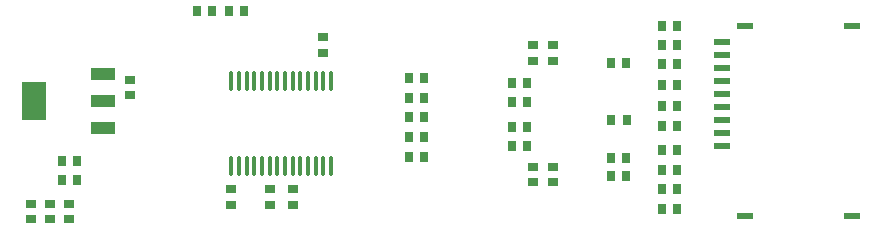
<source format=gbp>
G04*
G04 #@! TF.GenerationSoftware,Altium Limited,Altium Designer,18.1.11 (251)*
G04*
G04 Layer_Color=128*
%FSLAX25Y25*%
%MOIN*%
G70*
G01*
G75*
%ADD16R,0.02756X0.03740*%
%ADD21R,0.03740X0.02756*%
%ADD46R,0.08465X0.12795*%
%ADD47R,0.08465X0.03937*%
%ADD48O,0.01575X0.06496*%
%ADD49R,0.05512X0.02441*%
D16*
X243059Y468500D02*
D03*
X237941D02*
D03*
X243059Y462043D02*
D03*
X237941D02*
D03*
X293441Y518500D02*
D03*
X298559D02*
D03*
X282941D02*
D03*
X288059D02*
D03*
X353441Y469900D02*
D03*
X358559D02*
D03*
X353441Y476500D02*
D03*
X358559D02*
D03*
X353441Y483000D02*
D03*
X358559D02*
D03*
X353441Y489500D02*
D03*
X358559D02*
D03*
X353441Y496000D02*
D03*
X358559D02*
D03*
X387882Y473500D02*
D03*
X393000D02*
D03*
X387882Y479900D02*
D03*
X393000D02*
D03*
X387882Y488200D02*
D03*
X393000D02*
D03*
X387882Y494600D02*
D03*
X393000D02*
D03*
X426059Y501000D02*
D03*
X420941D02*
D03*
X421000Y482161D02*
D03*
X426118D02*
D03*
X426059Y469500D02*
D03*
X420941D02*
D03*
X426059Y463500D02*
D03*
X420941D02*
D03*
X443059Y513579D02*
D03*
X437941D02*
D03*
Y507079D02*
D03*
X443059D02*
D03*
X437941Y500770D02*
D03*
X443059D02*
D03*
X437941Y493846D02*
D03*
X443059D02*
D03*
Y486923D02*
D03*
X437941D02*
D03*
X437941Y480000D02*
D03*
X443059D02*
D03*
X437941Y472000D02*
D03*
X443059D02*
D03*
X437941Y465500D02*
D03*
X443059D02*
D03*
X437941Y459000D02*
D03*
X443059D02*
D03*
X437941Y452500D02*
D03*
X443059D02*
D03*
D21*
X314839Y459059D02*
D03*
Y453941D02*
D03*
X307161Y459059D02*
D03*
Y453941D02*
D03*
X294366Y459059D02*
D03*
Y453941D02*
D03*
X227663Y449020D02*
D03*
Y454138D02*
D03*
X233981Y449020D02*
D03*
Y454138D02*
D03*
X240298Y449020D02*
D03*
Y454138D02*
D03*
X260500Y490441D02*
D03*
Y495559D02*
D03*
X325000Y504571D02*
D03*
Y509689D02*
D03*
X395000Y466610D02*
D03*
Y461492D02*
D03*
X401500Y466610D02*
D03*
Y461492D02*
D03*
X395000Y501941D02*
D03*
Y507059D02*
D03*
X401500Y501941D02*
D03*
Y507059D02*
D03*
D46*
X228488Y488500D02*
D03*
D47*
X251520Y479445D02*
D03*
Y488500D02*
D03*
Y497555D02*
D03*
D48*
X327634Y466728D02*
D03*
X325075D02*
D03*
X322516D02*
D03*
X319957D02*
D03*
X317398D02*
D03*
X314839D02*
D03*
X312280D02*
D03*
X309720D02*
D03*
X307161D02*
D03*
X304602D02*
D03*
X302043D02*
D03*
X299484D02*
D03*
X296925D02*
D03*
X294366D02*
D03*
X327634Y495272D02*
D03*
X325075D02*
D03*
X322516D02*
D03*
X319957D02*
D03*
X317398D02*
D03*
X314839D02*
D03*
X312280D02*
D03*
X309720D02*
D03*
X307161D02*
D03*
X304602D02*
D03*
X302043D02*
D03*
X299484D02*
D03*
X296925D02*
D03*
X294366D02*
D03*
D49*
X501154Y449996D02*
D03*
X465721D02*
D03*
X501154Y513579D02*
D03*
X465721D02*
D03*
X457846Y486492D02*
D03*
Y508146D02*
D03*
Y499484D02*
D03*
Y495154D02*
D03*
Y490823D02*
D03*
Y482161D02*
D03*
Y477831D02*
D03*
Y503815D02*
D03*
Y473500D02*
D03*
M02*

</source>
